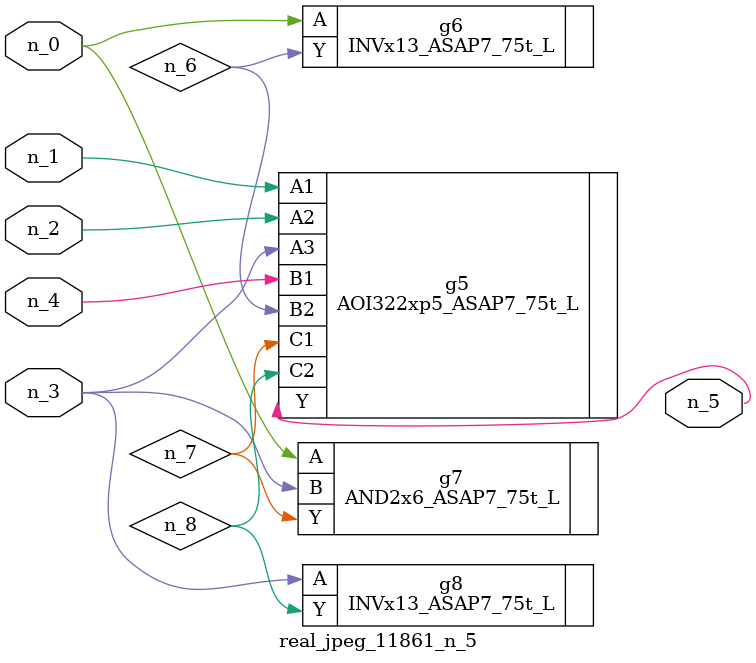
<source format=v>
module real_jpeg_11861_n_5 (n_4, n_0, n_1, n_2, n_3, n_5);

input n_4;
input n_0;
input n_1;
input n_2;
input n_3;

output n_5;

wire n_8;
wire n_6;
wire n_7;

INVx13_ASAP7_75t_L g6 ( 
.A(n_0),
.Y(n_6)
);

AND2x6_ASAP7_75t_L g7 ( 
.A(n_0),
.B(n_3),
.Y(n_7)
);

AOI322xp5_ASAP7_75t_L g5 ( 
.A1(n_1),
.A2(n_2),
.A3(n_3),
.B1(n_4),
.B2(n_6),
.C1(n_7),
.C2(n_8),
.Y(n_5)
);

INVx13_ASAP7_75t_L g8 ( 
.A(n_3),
.Y(n_8)
);


endmodule
</source>
